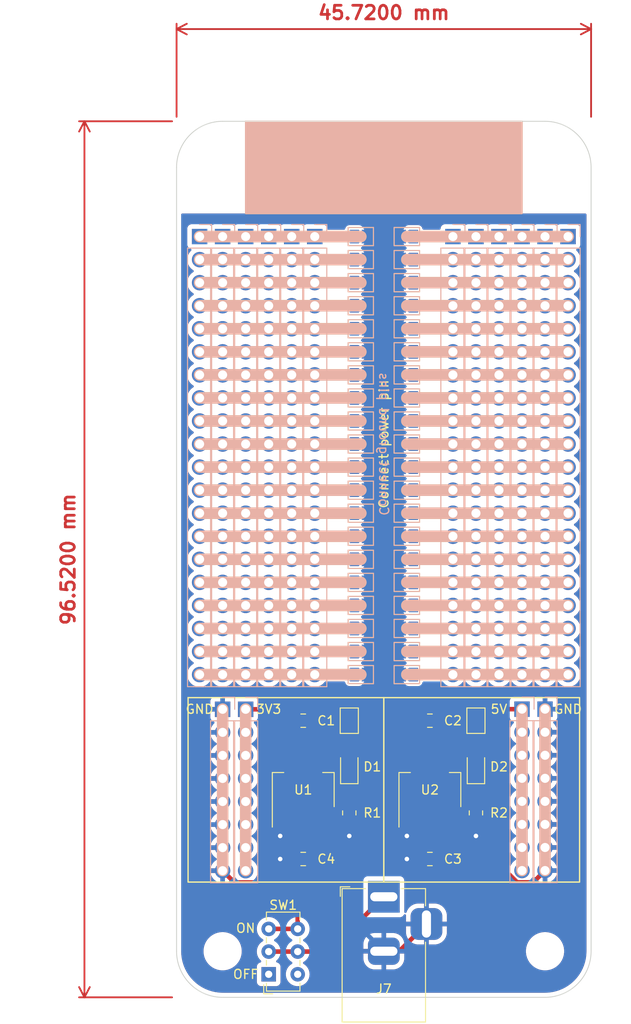
<source format=kicad_pcb>
(kicad_pcb (version 20211014) (generator pcbnew)
  (layers (0 "F.Cu" signal) (31 "B.Cu" signal) (34 "B.Paste" user) (35 "F.Paste" user) (36 "B.SilkS" user "B.Silkscreen") (37 "F.SilkS" user "F.Silkscreen") (38 "B.Mask" user) (39 "F.Mask" user) (44 "Edge.Cuts" user))
  (net 0 "")
  (net 1 "+3.3V")
  (net 2 "GND")
  (net 3 "+5V")
  (net 4 "VCC")
  (net 5 "Net-(D1-Pad1)")
  (net 6 "Net-(D2-Pad1)")
  (net 7 "Net-(J7-Pad1)")
  (net 8 "Net-(JP1-Pad2)")
  (net 9 "Net-(J1-Pad1)")
  (net 10 "Net-(J1-Pad2)")
  (net 11 "Net-(J1-Pad3)")
  (net 12 "Net-(J1-Pad4)")
  (net 13 "Net-(J1-Pad5)")
  (net 14 "Net-(J1-Pad6)")
  (net 15 "Net-(J1-Pad7)")
  (net 16 "Net-(J1-Pad8)")
  (net 17 "Net-(J1-Pad9)")
  (net 18 "Net-(J1-Pad10)")
  (net 19 "Net-(J1-Pad11)")
  (net 20 "Net-(J1-Pad12)")
  (net 21 "Net-(J1-Pad13)")
  (net 22 "Net-(J1-Pad14)")
  (net 23 "Net-(J1-Pad15)")
  (net 24 "Net-(J1-Pad16)")
  (net 25 "Net-(J1-Pad17)")
  (net 26 "Net-(J1-Pad18)")
  (net 27 "Net-(J1-Pad19)")
  (net 28 "Net-(J1-Pad20)")
  (net 29 "Net-(J10-Pad1)")
  (net 30 "Net-(J10-Pad2)")
  (net 31 "Net-(J10-Pad3)")
  (net 32 "Net-(J10-Pad4)")
  (net 33 "Net-(J10-Pad5)")
  (net 34 "Net-(J10-Pad6)")
  (net 35 "Net-(J10-Pad7)")
  (net 36 "Net-(J10-Pad8)")
  (net 37 "Net-(J10-Pad9)")
  (net 38 "Net-(J10-Pad10)")
  (net 39 "Net-(J10-Pad11)")
  (net 40 "Net-(J10-Pad12)")
  (net 41 "Net-(J10-Pad13)")
  (net 42 "Net-(J10-Pad14)")
  (net 43 "Net-(J10-Pad15)")
  (net 44 "Net-(J10-Pad16)")
  (net 45 "Net-(J10-Pad17)")
  (net 46 "Net-(J10-Pad18)")
  (net 47 "Net-(J10-Pad19)")
  (net 48 "Net-(J10-Pad20)")
  (footprint "Jumper:SolderJumper-2_P1.3mm_Open_TrianglePad1.0x1.5mm" (layer "F.Cu") (at 63.5 119.38)
    (fp_text reference "JP73" hide)
    (fp_text value "SolderJumper_2_Open")
  )
  (footprint "Button_Switch_THT:SW_E-Switch_EG1271_DPDT" (layer "F.Cu") (at 53.34 154.94 90)
    (fp_text reference "SW1")
    (fp_text value "SW_SPST")
  )
  (footprint "Capacitor_SMD:C_0805_2012Metric_Pad1.18x1.45mm_HandSolder" (layer "F.Cu") (at 57.15 127 180)
    (fp_text reference "C1")
    (fp_text value "10uF")
  )
  (footprint "Jumper:SolderJumper-2_P1.3mm_Open_TrianglePad1.0x1.5mm" (layer "F.Cu") (at 68.58 88.9 180)
    (fp_text reference "JP26" hide)
    (fp_text value "SolderJumper_2_Open")
  )
  (footprint "Jumper:SolderJumper-2_P1.3mm_Open_TrianglePad1.0x1.5mm" (layer "F.Cu") (at 68.58 96.52 180)
    (fp_text reference "JP38" hide)
    (fp_text value "SolderJumper_2_Open")
  )
  (footprint "Jumper:SolderJumper-2_P1.3mm_Open_TrianglePad1.0x1.5mm" (layer "F.Cu") (at 68.58 99.06 180)
    (fp_text reference "JP42" hide)
    (fp_text value "SolderJumper_2_Open")
  )
  (footprint "Resistor_SMD:R_0805_2012Metric_Pad1.20x1.40mm_HandSolder" (layer "F.Cu") (at 62.23 137.16 -90)
    (fp_text reference "R1")
    (fp_text value "R")
  )
  (footprint "Jumper:SolderJumper-2_P1.3mm_Open_TrianglePad1.0x1.5mm" (layer "F.Cu") (at 63.5 111.76)
    (fp_text reference "JP61" hide)
    (fp_text value "SolderJumper_2_Open")
  )
  (footprint "Jumper:SolderJumper-2_P1.3mm_Open_TrianglePad1.0x1.5mm" (layer "F.Cu") (at 76.2 127 90)
    (fp_text reference "JP82" hide)
    (fp_text value "SolderJumper_2_Open")
  )
  (footprint "Jumper:SolderJumper-2_P1.3mm_Open_TrianglePad1.0x1.5mm" (layer "F.Cu") (at 63.5 83.82)
    (fp_text reference "JP17" hide)
    (fp_text value "SolderJumper_2_Open")
  )
  (footprint "Jumper:SolderJumper-2_P1.3mm_Open_TrianglePad1.0x1.5mm" (layer "F.Cu") (at 63.5 88.9)
    (fp_text reference "JP25" hide)
    (fp_text value "SolderJumper_2_Open")
  )
  (footprint "Jumper:SolderJumper-2_P1.3mm_Open_TrianglePad1.0x1.5mm" (layer "F.Cu") (at 68.58 111.76 180)
    (fp_text reference "JP62" hide)
    (fp_text value "SolderJumper_2_Open")
  )
  (footprint "Jumper:SolderJumper-2_P1.3mm_Open_TrianglePad1.0x1.5mm" (layer "F.Cu") (at 63.5 114.3)
    (fp_text reference "JP65" hide)
    (fp_text value "SolderJumper_2_Open")
  )
  (footprint "Jumper:SolderJumper-2_P1.3mm_Open_TrianglePad1.0x1.5mm" (layer "F.Cu") (at 63.5 101.6)
    (fp_text reference "JP45" hide)
    (fp_text value "SolderJumper_2_Open")
  )
  (footprint "Jumper:SolderJumper-2_P1.3mm_Open_TrianglePad1.0x1.5mm" (layer "F.Cu") (at 68.58 93.98 180)
    (fp_text reference "JP34" hide)
    (fp_text value "SolderJumper_2_Open")
  )
  (footprint "LED_SMD:LED_0805_2012Metric_Pad1.15x1.40mm_HandSolder" (layer "F.Cu") (at 62.23 132.08 90)
    (fp_text reference "D1")
    (fp_text value "LED")
  )
  (footprint "Jumper:SolderJumper-2_P1.3mm_Open_TrianglePad1.0x1.5mm" (layer "F.Cu") (at 63.5 76.2)
    (fp_text reference "JP5" hide)
    (fp_text value "SolderJumper_2_Open")
  )
  (footprint "MountingHole:MountingHole_3.2mm_M3" (layer "F.Cu") (at 48.26 152.4)
    (fp_text reference "")
    (fp_text value "MountingHole_3.2mm_M3")
  )
  (footprint "Jumper:SolderJumper-2_P1.3mm_Open_TrianglePad1.0x1.5mm" (layer "F.Cu") (at 62.23 127 90)
    (fp_text reference "JP81" hide)
    (fp_text value "SolderJumper_2_Open")
  )
  (footprint "Jumper:SolderJumper-2_P1.3mm_Open_TrianglePad1.0x1.5mm" (layer "F.Cu") (at 68.58 121.92 180)
    (fp_text reference "JP78" hide)
    (fp_text value "SolderJumper_2_Open")
  )
  (footprint "Jumper:SolderJumper-2_P1.3mm_Open_TrianglePad1.0x1.5mm" (layer "F.Cu") (at 68.58 114.3 180)
    (fp_text reference "JP66" hide)
    (fp_text value "SolderJumper_2_Open")
  )
  (footprint "LED_SMD:LED_0805_2012Metric_Pad1.15x1.40mm_HandSolder" (layer "F.Cu") (at 76.2 132.08 90)
    (fp_text reference "D2")
    (fp_text value "LED")
  )
  (footprint "Connector_BarrelJack:BarrelJack_Horizontal" (layer "F.Cu") (at 66.04 146.4 90)
    (fp_text reference "J7")
    (fp_text value "Barrel_Jack")
  )
  (footprint "Jumper:SolderJumper-2_P1.3mm_Open_TrianglePad1.0x1.5mm" (layer "F.Cu") (at 68.58 78.74 180)
    (fp_text reference "JP10" hide)
    (fp_text value "SolderJumper_2_Open")
  )
  (footprint "Resistor_SMD:R_0805_2012Metric_Pad1.20x1.40mm_HandSolder" (layer "F.Cu") (at 76.2 137.16 -90)
    (fp_text reference "R2")
    (fp_text value "R")
  )
  (footprint "Jumper:SolderJumper-2_P1.3mm_Open_TrianglePad1.0x1.5mm" (layer "F.Cu") (at 63.5 106.68)
    (fp_text reference "JP53" hide)
    (fp_text value "SolderJumper_2_Open")
  )
  (footprint "Jumper:SolderJumper-2_P1.3mm_Open_TrianglePad1.0x1.5mm" (layer "F.Cu") (at 63.5 81.28)
    (fp_text reference "JP13" hide)
    (fp_text value "SolderJumper_2_Open")
  )
  (footprint "Jumper:SolderJumper-2_P1.3mm_Open_TrianglePad1.0x1.5mm" (layer "F.Cu") (at 63.5 93.98)
    (fp_text reference "JP33" hide)
    (fp_text value "SolderJumper_2_Open")
  )
  (footprint "Jumper:SolderJumper-2_P1.3mm_Open_TrianglePad1.0x1.5mm" (layer "F.Cu") (at 68.58 119.38 180)
    (fp_text reference "JP74" hide)
    (fp_text value "SolderJumper_2_Open")
  )
  (footprint "MountingHole:MountingHole_3.2mm_M3" (layer "F.Cu") (at 83.82 152.4)
    (fp_text reference "")
    (fp_text value "MountingHole_3.2mm_M3")
  )
  (footprint "Jumper:SolderJumper-2_P1.3mm_Open_TrianglePad1.0x1.5mm" (layer "F.Cu") (at 68.58 73.66 180)
    (fp_text reference "JP2" hide)
    (fp_text value "SolderJumper_2_Open")
  )
  (footprint "Jumper:SolderJumper-2_P1.3mm_Open_TrianglePad1.0x1.5mm" (layer "F.Cu") (at 63.5 78.74)
    (fp_text reference "JP9" hide)
    (fp_text value "SolderJumper_2_Open")
  )
  (footprint "Package_TO_SOT_SMD:SOT-223-3_TabPin2" (layer "F.Cu") (at 57.15 134.62 90)
    (fp_text reference "U1")
    (fp_text value "AMS1117-3.3")
  )
  (footprint "Jumper:SolderJumper-2_P1.3mm_Open_TrianglePad1.0x1.5mm" (layer "F.Cu") (at 63.5 96.52)
    (fp_text reference "JP37" hide)
    (fp_text value "SolderJumper_2_Open")
  )
  (footprint "Jumper:SolderJumper-2_P1.3mm_Open_TrianglePad1.0x1.5mm" (layer "F.Cu") (at 63.5 91.44)
    (fp_text reference "JP29" hide)
    (fp_text value "SolderJumper_2_Open")
  )
  (footprint "Package_TO_SOT_SMD:SOT-223-3_TabPin2" (layer "F.Cu") (at 71.12 134.62 90)
    (fp_text reference "U2")
    (fp_text value "AMS1117-5.0")
  )
  (footprint "Jumper:SolderJumper-2_P1.3mm_Open_TrianglePad1.0x1.5mm" (layer "F.Cu") (at 68.58 101.6 180)
    (fp_text reference "JP46" hide)
    (fp_text value "SolderJumper_2_Open")
  )
  (footprint "Jumper:SolderJumper-2_P1.3mm_Open_TrianglePad1.0x1.5mm" (layer "F.Cu") (at 68.58 91.44 180)
    (fp_text reference "JP30" hide)
    (fp_text value "SolderJumper_2_Open")
  )
  (footprint "Jumper:SolderJumper-2_P1.3mm_Open_TrianglePad1.0x1.5mm" (layer "F.Cu") (at 68.58 104.14 180)
    (fp_text reference "JP50" hide)
    (fp_text value "SolderJumper_2_Open")
  )
  (footprint "Jumper:SolderJumper-2_P1.3mm_Open_TrianglePad1.0x1.5mm" (layer "F.Cu") (at 68.58 76.2 180)
    (fp_text reference "JP6" hide)
    (fp_text value "SolderJumper_2_Open")
  )
  (footprint "Capacitor_SMD:C_0805_2012Metric_Pad1.18x1.45mm_HandSolder" (layer "F.Cu") (at 71.12 142.24 180)
    (fp_text reference "C3")
    (fp_text value "10uF")
  )
  (footprint "Jumper:SolderJumper-2_P1.3mm_Open_TrianglePad1.0x1.5mm" (layer "F.Cu") (at 63.5 73.66)
    (fp_text reference "JP1" hide)
    (fp_text value "SolderJumper_2_Open")
  )
  (footprint "Jumper:SolderJumper-2_P1.3mm_Open_TrianglePad1.0x1.5mm" (layer "F.Cu") (at 63.5 109.22)
    (fp_text reference "JP57" hide)
    (fp_text value "SolderJumper_2_Open")
  )
  (footprint "Jumper:SolderJumper-2_P1.3mm_Open_TrianglePad1.0x1.5mm" (layer "F.Cu") (at 63.5 86.36)
    (fp_text reference "JP21" hide)
    (fp_text value "SolderJumper_2_Open")
  )
  (footprint "Jumper:SolderJumper-2_P1.3mm_Open_TrianglePad1.0x1.5mm" (layer "F.Cu") (at 68.58 106.68 180)
    (fp_text reference "JP54" hide)
    (fp_text value "SolderJumper_2_Open")
  )
  (footprint "MountingHole:MountingHole_3.2mm_M3" (layer "F.Cu") (at 83.82 66.04)
    (fp_text reference "")
    (fp_text value "MountingHole_3.2mm_M3")
  )
  (footprint "Jumper:SolderJumper-2_P1.3mm_Open_TrianglePad1.0x1.5mm" (layer "F.Cu") (at 63.5 104.14)
    (fp_text reference "JP49" hide)
    (fp_text value "SolderJumper_2_Open")
  )
  (footprint "Jumper:SolderJumper-2_P1.3mm_Open_TrianglePad1.0x1.5mm" (layer "F.Cu") (at 68.58 83.82 180)
    (fp_text reference "JP18" hide)
    (fp_text value "SolderJumper_2_Open")
  )
  (footprint "Jumper:SolderJumper-2_P1.3mm_Open_TrianglePad1.0x1.5mm" (layer "F.Cu") (at 68.58 116.84 180)
    (fp_text reference "JP70" hide)
    (fp_text value "SolderJumper_2_Open")
  )
  (footprint "Capacitor_SMD:C_0805_2012Metric_Pad1.18x1.45mm_HandSolder" (layer "F.Cu") (at 57.15 142.24 180)
    (fp_text reference "C4")
    (fp_text value "10uF")
  )
  (footprint "MountingHole:MountingHole_3.2mm_M3" (layer "F.Cu") (at 48.26 66.04)
    (fp_text reference "")
    (fp_text value "MountingHole_3.2mm_M3")
  )
  (footprint "Jumper:SolderJumper-2_P1.3mm_Open_TrianglePad1.0x1.5mm" (layer "F.Cu") (at 63.5 121.92)
    (fp_text reference "JP77" hide)
    (fp_text value "SolderJumper_2_Open")
  )
  (footprint "Jumper:SolderJumper-2_P1.3mm_Open_TrianglePad1.0x1.5mm" (layer "F.Cu") (at 63.5 116.84)
    (fp_text reference "JP69" hide)
    (fp_text value "SolderJumper_2_Open")
  )
  (footprint "Jumper:SolderJumper-2_P1.3mm_Open_TrianglePad1.0x1.5mm" (layer "F.Cu") (at 68.58 81.28 180)
    (fp_text reference "JP14" hide)
    (fp_text value "SolderJumper_2_Open")
  )
  (footprint "Jumper:SolderJumper-2_P1.3mm_Open_TrianglePad1.0x1.5mm" (layer "F.Cu") (at 68.58 86.36 180)
    (fp_text reference "JP22" hide)
    (fp_text value "SolderJumper_2_Open")
  )
  (footprint "Capacitor_SMD:C_0805_2012Metric_Pad1.18x1.45mm_HandSolder" (layer "F.Cu") (at 71.12 127 180)
    (fp_text reference "C2")
    (fp_text value "10uF")
  )
  (footprint "Jumper:SolderJumper-2_P1.3mm_Open_TrianglePad1.0x1.5mm" (layer "F.Cu") (at 63.5 99.06)
    (fp_text reference "JP41" hide)
    (fp_text value "SolderJumper_2_Open")
  )
  (footprint "Jumper:SolderJumper-2_P1.3mm_Open_TrianglePad1.0x1.5mm" (layer "F.Cu") (at 68.58 109.22 180)
    (fp_text reference "JP58" hide)
    (fp_text value "SolderJumper_2_Open")
  )
  (footprint "Jumper:SolderJumper-2_P1.3mm_Open_TrianglePad1.0x1.5mm" (layer "B.Cu") (at 63.5 104.14)
    (fp_text reference "JP51" hide)
    (fp_text value "SolderJumper_2_Open")
  )
  (footprint "Jumper:SolderJumper-2_P1.3mm_Open_TrianglePad1.0x1.5mm" (layer "B.Cu") (at 63.5 111.76)
    (fp_text reference "JP63" hide)
    (fp_text value "SolderJumper_2_Open")
  )
  (footprint "Jumper:SolderJumper-2_P1.3mm_Open_TrianglePad1.0x1.5mm" (layer "B.Cu") (at 68.58 111.76 180)
    (fp_text reference "JP64" hide)
    (fp_text value "SolderJumper_2_Open")
  )
  (footprint "Jumper:SolderJumper-2_P1.3mm_Open_TrianglePad1.0x1.5mm" (layer "B.Cu") (at 63.5 86.36)
    (fp_text reference "JP23" hide)
    (fp_text value "SolderJumper_2_Open")
  )
  (footprint "Jumper:SolderJumper-2_P1.3mm_Open_TrianglePad1.0x1.5mm" (layer "B.Cu") (at 68.58 83.82 180)
    (fp_text reference "JP20" hide)
    (fp_text value "SolderJumper_2_Open")
  )
  (footprint "Jumper:SolderJumper-2_P1.3mm_Open_TrianglePad1.0x1.5mm" (layer "B.Cu") (at 68.58 99.06 180)
    (fp_text reference "JP44" hide)
    (fp_text value "SolderJumper_2_Open")
  )
  (footprint "Jumper:SolderJumper-2_P1.3mm_Open_TrianglePad1.0x1.5mm" (layer "B.Cu") (at 68.58 73.66 180)
    (fp_text reference "JP4" hide)
    (fp_text value "SolderJumper_2_Open")
  )
  (footprint "Jumper:SolderJumper-2_P1.3mm_Open_TrianglePad1.0x1.5mm" (layer "B.Cu") (at 68.58 81.28 180)
    (fp_text reference "JP16" hide)
    (fp_text value "SolderJumper_2_Open")
  )
  (footprint "Jumper:SolderJumper-2_P1.3mm_Open_TrianglePad1.0x1.5mm" (layer "B.Cu") (at 63.5 121.92)
    (fp_text reference "JP79" hide)
    (fp_text value "SolderJumper_2_Open")
  )
  (footprint "Connector_PinHeader_2.54mm:PinHeader_1x20_P2.54mm_Vertical" (layer "B.Cu") (at 53.34 73.66 180)
    (fp_text reference "J4" hide)
    (fp_text value "Conn_01x20")
  )
  (footprint "Jumper:SolderJumper-2_P1.3mm_Open_TrianglePad1.0x1.5mm" (layer "B.Cu") (at 63.5 83.82)
    (fp_text reference "JP19" hide)
    (fp_text value "SolderJumper_2_Open")
  )
  (footprint "Jumper:SolderJumper-2_P1.3mm_Open_TrianglePad1.0x1.5mm" (layer "B.Cu") (at 68.58 116.84 180)
    (fp_text reference "JP72" hide)
    (fp_text value "SolderJumper_2_Open")
  )
  (footprint "Connector_PinHeader_2.54mm:PinHeader_1x20_P2.54mm_Vertical" (layer "B.Cu") (at 50.8 73.66 180)
    (fp_text reference "J3" hide)
    (fp_text value "Conn_01x20")
  )
  (footprint "Jumper:SolderJumper-2_P1.3mm_Open_TrianglePad1.0x1.5mm" (layer "B.Cu") (at 63.5 116.84)
    (fp_text reference "JP71" hide)
    (fp_text value "SolderJumper_2_Open")
  )
  (footprint "Jumper:SolderJumper-2_P1.3mm_Open_TrianglePad1.0x1.5mm" (layer "B.Cu") (at 63.5 73.66)
    (fp_text reference "JP3" hide)
    (fp_text value "SolderJumper_2_Open")
  )
  (footprint "Connector_PinHeader_2.54mm:PinHeader_1x20_P2.54mm_Vertical" (layer "B.Cu") (at 55.88 73.66 180)
    (fp_text reference "J5" hide)
    (fp_text value "Conn_01x20")
  )
  (footprint "Jumper:SolderJumper-2_P1.3mm_Open_TrianglePad1.0x1.5mm" (layer "B.Cu") (at 68.58 104.14 180)
    (fp_text reference "JP52" hide)
    (fp_text value "SolderJumper_2_Open")
  )
  (footprint "Jumper:SolderJumper-2_P1.3mm_Open_TrianglePad1.0x1.5mm" (layer "B.Cu") (at 63.5 91.44)
    (fp_text reference "JP31" hide)
    (fp_text value "SolderJumper_2_Open")
  )
  (footprint "Connector_PinHeader_2.54mm:PinHeader_1x20_P2.54mm_Vertical" (layer "B.Cu") (at 83.82 73.66 180)
    (fp_text reference "J12" hide)
    (fp_text value "Conn_01x20")
  )
  (footprint "Connector_PinHeader_2.54mm:PinHeader_1x08_P2.54mm_Vertical" (layer "B.Cu") (at 83.82 125.73 180)
    (fp_text reference "J17" hide)
    (fp_text value "Conn_01x08")
  )
  (footprint "Jumper:SolderJumper-2_P1.3mm_Open_TrianglePad1.0x1.5mm" (layer "B.Cu") (at 63.5 96.52)
    (fp_text reference "JP39" hide)
    (fp_text value "SolderJumper_2_Open")
  )
  (footprint "Connector_PinHeader_2.54mm:PinHeader_1x20_P2.54mm_Vertical" (layer "B.Cu") (at 78.74 73.66 180)
    (fp_text reference "J10" hide)
    (fp_text value "Conn_01x20")
  )
  (footprint "Connector_PinHeader_2.54mm:PinHeader_1x08_P2.54mm_Vertical" (layer "B.Cu") (at 81.28 125.73 180)
    (fp_text reference "J16" hide)
    (fp_text value "Conn_01x08")
  )
  (footprint "Jumper:SolderJumper-2_P1.3mm_Open_TrianglePad1.0x1.5mm" (layer "B.Cu") (at 68.58 78.74 180)
    (fp_text reference "JP12" hide)
    (fp_text value "SolderJumper_2_Open")
  )
  (footprint "Jumper:SolderJumper-2_P1.3mm_Open_TrianglePad1.0x1.5mm" (layer "B.Cu") (at 68.58 114.3 180)
    (fp_text reference "JP68" hide)
    (fp_text value "SolderJumper_2_Open")
  )
  (footprint "Jumper:SolderJumper-2_P1.3mm_Open_TrianglePad1.0x1.5mm" (layer "B.Cu") (at 63.5 93.98)
    (fp_text reference "JP35" hide)
    (fp_text value "SolderJumper_2_Open")
  )
  (footprint "Jumper:SolderJumper-2_P1.3mm_Open_TrianglePad1.0x1.5mm" (layer "B.Cu") (at 68.58 76.2 180)
    (fp_text reference "JP8" hide)
    (fp_text value "SolderJumper_2_Open")
  )
  (footprint "Connector_PinHeader_2.54mm:PinHeader_1x08_P2.54mm_Vertical" (layer "B.Cu") (at 48.26 125.745 180)
    (fp_text reference "J14" hide)
    (fp_text value "Conn_01x08")
  )
  (footprint "Jumper:SolderJumper-2_P1.3mm_Open_TrianglePad1.0x1.5mm" (layer "B.Cu") (at 63.5 81.28)
    (fp_text reference "JP15" hide)
    (fp_text value "SolderJumper_2_Open")
  )
  (footprint "Jumper:SolderJumper-2_P1.3mm_Open_TrianglePad1.0x1.5mm" (layer "B.Cu") (at 68.58 119.38 180)
    (fp_text reference "JP76" hide)
    (fp_text value "SolderJumper_2_Open")
  )
  (footprint "Jumper:SolderJumper-2_P1.3mm_Open_TrianglePad1.0x1.5mm" (layer "B.Cu") (at 63.5 119.38)
    (fp_text reference "JP75" hide)
    (fp_text value "SolderJumper_2_Open")
  )
  (footprint "Connector_PinHeader_2.54mm:PinHeader_1x08_P2.54mm_Vertical" (layer "B.Cu") (at 50.8 125.745 180)
    (fp_text reference "J15" hide)
    (fp_text value "Conn_01x08")
  )
  (footprint "Jumper:SolderJumper-2_P1.3mm_Open_TrianglePad1.0x1.5mm" (layer "B.Cu") (at 68.58 106.68 180)
    (fp_text reference "JP56" hide)
    (fp_text value "SolderJumper_2_Open")
  )
  (footprint "Jumper:SolderJumper-2_P1.3mm_Open_TrianglePad1.0x1.5mm" (layer "B.Cu") (at 63.5 99.06)
    (fp_text reference "JP43" hide)
    (fp_text value "SolderJumper_2_Open")
  )
  (footprint "Jumper:SolderJumper-2_P1.3mm_Open_TrianglePad1.0x1.5mm" (layer "B.Cu") (at 68.58 109.22 180)
    (fp_text reference "JP60" hide)
    (fp_text value "SolderJumper_2_Open")
  )
  (footprint "Jumper:SolderJumper-2_P1.3mm_Open_TrianglePad1.0x1.5mm" (layer "B.Cu") (at 63.5 76.2)
    (fp_text reference "JP7" hide)
    (fp_text value "SolderJumper_2_Open")
  )
  (footprint "Connector_PinHeader_2.54mm:PinHeader_1x20_P2.54mm_Vertical" (layer "B.Cu") (at 76.2 73.66 180)
    (fp_text reference "J9" hide)
    (fp_text value "Conn_01x20")
  )
  (footprint "Connector_PinHeader_2.54mm:PinHeader_1x20_P2.54mm_Vertical" (layer "B.Cu") (at 48.26 73.66 180)
    (fp_text reference "J2" hide)
    (fp_text value "Conn_01x20")
  )
  (footprint "Jumper:SolderJumper-2_P1.3mm_Open_TrianglePad1.0x1.5mm" (layer "B.Cu") (at 63.5 114.3)
    (fp_text reference "JP67" hide)
    (fp_text value "SolderJumper_2_Open")
  )
  (footprint "Connector_PinHeader_2.54mm:PinHeader_1x20_P2.54mm_Vertical" (layer "B.Cu") (at 86.36 73.66 180)
    (fp_text reference "J13" hide)
    (fp_text value "Conn_01x20")
  )
  (footprint "Jumper:SolderJumper-2_P1.3mm_Open_TrianglePad1.0x1.5mm" (layer "B.Cu") (at 63.5 101.6)
    (fp_text reference "JP47" hide)
    (fp_text value "SolderJumper_2_Open")
  )
  (footprint "Connector_PinHeader_2.54mm:PinHeader_1x20_P2.54mm_Vertical" (layer "B.Cu") (at 81.28 73.66 180)
    (fp_text reference "J11" hide)
    (fp_text value "Conn_01x20")
  )
  (footprint "Jumper:SolderJumper-2_P1.3mm_Open_TrianglePad1.0x1.5mm" (layer "B.Cu") (at 68.58 96.52 180)
    (fp_text reference "JP40" hide)
    (fp_text value "SolderJumper_2_Open")
  )
  (footprint "Jumper:SolderJumper-2_P1.3mm_Open_TrianglePad1.0x1.5mm" (layer "B.Cu") (at 68.58 121.92 180)
    (fp_text reference "JP80" hide)
    (fp_text value "SolderJumper_2_Open")
  )
  (footprint "Jumper:SolderJumper-2_P1.3mm_Open_TrianglePad1.0x1.5mm" (layer "B.Cu") (at 68.58 101.6 180)
    (fp_text reference "JP48" hide)
    (fp_text value "SolderJumper_2_Open")
  )
  (footprint "Connector_PinHeader_2.54mm:PinHeader_1x20_P2.54mm_Vertical" (layer "B.Cu") (at 58.42 73.66 180)
    (fp_text reference "J6" hide)
    (fp_text value "Conn_01x20")
  )
  (footprint "Jumper:SolderJumper-2_P1.3mm_Open_TrianglePad1.0x1.5mm" (layer "B.Cu") (at 63.5 109.22)
    (fp_text reference "JP59" hide)
    (fp_text value "SolderJumper_2_Open")
  )
  (footprint "Jumper:SolderJumper-2_P1.3mm_Open_TrianglePad1.0x1.5mm" (layer "B.Cu") (at 68.58 86.36 180)
    (fp_text reference "JP24" hide)
    (fp_text value "SolderJumper_2_Open")
  )
  (footprint "Jumper:SolderJumper-2_P1.3mm_Open_TrianglePad1.0x1.5mm" (layer "B.Cu") (at 63.5 78.74)
    (fp_text reference "JP11" hide)
    (fp_text value "SolderJumper_2_Open")
  )
  (footprint "Connector_PinHeader_2.54mm:PinHeader_1x20_P2.54mm_Vertical" (layer "B.Cu") (at 73.66 73.66 180)
    (fp_text reference "J8" hide)
    (fp_text value "Conn_01x20")
  )
  (footprint "Jumper:SolderJumper-2_P1.3mm_Open_TrianglePad1.0x1.5mm" (layer "B.Cu") (at 68.58 91.44 180)
    (fp_text reference "JP32" hide)
    (fp_text value "SolderJumper_2_Open")
  )
  (footprint "Connector_PinHeader_2.54mm:PinHeader_1x20_P2.54mm_Vertical" (layer "B.Cu") (at 45.72 73.66 180)
    (fp_text reference "J1" hide)
    (fp_text value "Conn_01x20")
  )
  (footprint "Jumper:SolderJumper-2_P1.3mm_Open_TrianglePad1.0x1.5mm" (layer "B.Cu") (at 63.5 106.68)
    (fp_text reference "JP55" hide)
    (fp_text value "SolderJumper_2_Open")
  )
  (footprint "Jumper:SolderJumper-2_P1.3mm_Open_TrianglePad1.0x1.5mm" (layer "B.Cu") (at 68.58 88.9 180)
    (fp_text reference "JP28" hide)
    (fp_text value "SolderJumper_2_Open")
  )
  (footprint "Jumper:SolderJumper-2_P1.3mm_Open_TrianglePad1.0x1.5mm" (layer "B.Cu") (at 68.58 93.98 180)
    (fp_text reference "JP36" hide)
    (fp_text value "SolderJumper_2_Open")
  )
  (footprint "Jumper:SolderJumper-2_P1.3mm_Open_TrianglePad1.0x1.5mm" (layer "B.Cu") (at 63.5 88.9)
    (fp_text reference "JP27" hide)
    (fp_text value "SolderJumper_2_Open")
  )
  (gr_line (start 68.58 104.14) (end 86.36 104.14) (layer "B.SilkS") (width 1.27))
  (gr_line (start 68.58 73.66) (end 86.36 73.66) (layer "B.SilkS") (width 1.27))
  (gr_line (start 45.72 99.06) (end 63.5 99.06) (layer "B.SilkS") (width 1.27))
  (gr_line (start 81.28 125.73) (end 81.28 143.51) (layer "B.SilkS") (width 1.27))
  (gr_line (start 45.72 111.76) (end 63.5 111.76) (layer "B.SilkS") (width 1.27))
  (gr_line (start 45.72 96.52) (end 63.5 96.52) (layer "B.SilkS") (width 1.27))
  (gr_line (start 45.72 101.6) (end 63.5 101.6) (layer "B.SilkS") (width 1.27))
  (gr_line (start 45.72 93.98) (end 63.5 93.98) (layer "B.SilkS") (width 1.27))
  (gr_line (start 45.72 109.22) (end 63.5 109.22) (layer "B.SilkS") (width 1.27))
  (gr_line (start 68.58 111.76) (end 86.36 111.76) (layer "B.SilkS") (width 1.27))
  (gr_line (start 50.8 125.73) (end 50.8 143.51) (layer "B.SilkS") (width 1.27))
  (gr_line (start 68.58 88.9) (end 86.36 88.9) (layer "B.SilkS") (width 1.27))
  (gr_line (start 68.58 119.38) (end 86.36 119.38) (layer "B.SilkS") (width 1.27))
  (gr_line (start 45.72 119.38) (end 63.5 119.38) (layer "B.SilkS") (width 1.27))
  (gr_line (start 68.58 101.6) (end 86.36 101.6) (layer "B.SilkS") (width 1.27))
  (gr_line (start 68.58 99.06) (end 86.36 99.06) (layer "B.SilkS") (width 1.27))
  (gr_line (start 45.72 106.68) (end 63.5 106.68) (layer "B.SilkS") (width 1.27))
  (gr_line (start 68.58 76.2) (end 86.36 76.2) (layer "B.SilkS") (width 1.27))
  (gr_line (start 68.58 121.92) (end 86.36 121.92) (layer "B.SilkS") (width 1.27))
  (gr_line (start 68.58 106.68) (end 86.36 106.68) (layer "B.SilkS") (width 1.27))
  (gr_rect (start 50.8 71.12) (end 81.28 60.96) (layer "B.SilkS") (width 0.15) (fill solid))
  (gr_line (start 68.58 86.36) (end 86.36 86.36) (layer "B.SilkS") (width 1.27))
  (gr_line (start 45.72 81.28) (end 63.5 81.28) (layer "B.SilkS") (width 1.27))
  (gr_line (start 45.72 88.9) (end 63.5 88.9) (layer "B.SilkS") (width 1.27))
  (gr_line (start 45.72 78.74) (end 63.5 78.74) (layer "B.SilkS") (width 1.27))
  (gr_line (start 45.72 116.84) (end 63.5 116.84) (layer "B.SilkS") (width 1.27))
  (gr_line (start 68.58 81.28) (end 86.36 81.28) (layer "B.SilkS") (width 1.27))
  (gr_line (start 68.58 109.22) (end 86.36 109.22) (layer "B.SilkS") (width 1.27))
  (gr_line (start 68.58 96.52) (end 86.36 96.52) (layer "B.SilkS") (width 1.27))
  (gr_line (start 68.58 91.44) (end 86.36 91.44) (layer "B.SilkS") (width 1.27))
  (gr_line (start 45.72 76.2) (end 63.5 76.2) (layer "B.SilkS") (width 1.27))
  (gr_line (start 45.72 73.66) (end 63.5 73.66) (layer "B.SilkS") (width 1.27))
  (gr_line (start 68.58 83.82) (end 86.36 83.82) (layer "B.SilkS") (width 1.27))
  (gr_line (start 68.58 93.98) (end 86.36 93.98) (layer "B.SilkS") (width 1.27))
  (gr_line (start 45.72 83.82) (end 63.5 83.82) (layer "B.SilkS") (width 1.27))
  (gr_line (start 45.72 91.44) (end 63.5 91.44) (layer "B.SilkS") (width 1.27))
  (gr_line (start 83.82 125.73) (end 83.82 143.51) (layer "B.SilkS") (width 1.27))
  (gr_line (start 45.72 114.3) (end 63.5 114.3) (layer "B.SilkS") (width 1.27))
  (gr_line (start 68.58 116.84) (end 86.36 116.84) (layer "B.SilkS") (width 1.27))
  (gr_line (start 68.58 114.3) (end 86.36 114.3) (layer "B.SilkS") (width 1.27))
  (gr_line (start 45.72 104.14) (end 63.5 104.14) (layer "B.SilkS") (width 1.27))
  (gr_line (start 45.72 86.36) (end 63.5 86.36) (layer "B.SilkS") (width 1.27))
  (gr_line (start 45.72 121.92) (end 63.5 121.92) (layer "B.SilkS") (width 1.27))
  (gr_line (start 48.26 125.73) (end 48.26 143.51) (layer "B.SilkS") (width 1.27))
  (gr_line (start 68.58 78.74) (end 86.36 78.74) (layer "B.SilkS") (width 1.27))
  (gr_line (start 45.72 76.2) (end 63.5 76.2) (layer "F.SilkS") (width 1.27))
  (gr_line (start 68.58 96.52) (end 86.36 96.52) (layer "F.SilkS") (width 1.27))
  (gr_line (start 45.72 83.82) (end 63.5 83.82) (layer "F.SilkS") (width 1.27))
  (gr_line (start 45.72 114.3) (end 63.5 114.3) (layer "F.SilkS") (width 1.27))
  (gr_rect (start 50.8 60.96) (end 81.28 71.12) (layer "F.SilkS") (width 0.15) (fill solid))
  (gr_line (start 45.72 96.52) (end 63.5 96.52) (layer "F.SilkS") (width 1.27))
  (gr_line (start 68.58 78.74) (end 86.36 78.74) (layer "F.SilkS") (width 1.27))
  (gr_line (start 45.72 91.44) (end 63.5 91.44) (layer "F.SilkS") (width 1.27))
  (gr_rect (start 66.04 124.46) (end 44.45 144.78) (layer "F.SilkS") (width 0.15) (fill none))
  (gr_line (start 45.72 86.36) (end 63.5 86.36) (layer "F.SilkS") (width 1.27))
  (gr_line (start 68.58 106.68) (end 86.36 106.68) (layer "F.SilkS") (width 1.27))
  (gr_line (start 68.58 121.92) (end 86.36 121.92) (layer "F.SilkS") (width 1.27))
  (gr_line (start 81.28 125.73) (end 81.28 143.51) (layer "F.SilkS") (width 1.27))
  (gr_line (start 48.26 125.73) (end 48.26 143.51) (layer "F.SilkS") (width 1.27))
  (gr_line (start 50.8 125.73) (end 50.8 143.51) (layer "F.SilkS") (width 1.27))
  (gr_line (start 68.58 88.9) (end 86.36 88.9) (layer "F.SilkS") (width 1.27))
  (gr_line (start 68.58 86.36) (end 86.36 86.36) (layer "F.SilkS") (width 1.27))
  (gr_line (start 45.72 99.06) (end 63.5 99.06) (layer "F.SilkS") (width 1.27))
  (gr_line (start 45.72 104.14) (end 63.5 104.14) (layer "F.SilkS") (width 1.27))
  (gr_line (start 45.72 116.84) (end 63.5 116.84) (layer "F.SilkS") (width 1.27))
  (gr_line (start 45.72 106.68) (end 63.5 106.68) (layer "F.SilkS") (width 1.27))
  (gr_line (start 68.58 73.66) (end 86.36 73.66) (layer "F.SilkS") (width 1.27))
  (gr_line (start 45.72 119.38) (end 63.5 119.38) (layer "F.SilkS") (width 1.27))
  (gr_line (start 68.58 81.28) (end 86.36 81.28) (layer "F.SilkS") (width 1.27))
  (gr_line (start 68.58 76.2) (end 86.36 76.2) (layer "F.SilkS") (width 1.27))
  (gr_line (start 68.58 116.84) (end 86.36 116.84) (layer "F.SilkS") (width 1.27))
  (gr_line (start 45.72 78.74) (end 63.5 78.74) (layer "F.SilkS") (width 1.27))
  (gr_line (start 68.58 93.98) (end 86.36 93.98) (layer "F.SilkS") (width 1.27))
  (gr_line (start 68.58 101.6) (end 86.36 101.6) (layer "F.SilkS") (width 1.27))
  (gr_line (start 68.58 119.38) (end 86.36 119.38) (layer "F.SilkS") (width 1.27))
  (gr_line (start 68.58 83.82) (end 86.36 83.82) (layer "F.SilkS") (width 1.27))
  (gr_line (start 45.72 81.28) (end 63.5 81.28) (layer "F.SilkS") (width 1.27))
  (gr_line (start 68.58 99.06) (end 86.36 99.06) (layer "F.SilkS") (width 1.27))
  (gr_line (start 45.72 88.9) (end 63.5 88.9) (layer "F.SilkS") (width 1.27))
  (gr_line (start 83.82 125.73) (end 83.82 143.51) (layer "F.SilkS") (width 1.27))
  (gr_line (start 45.72 73.66) (end 63.5 73.66) (layer "F.SilkS") (width 1.27))
  (gr_line (start 45.72 93.98) (end 63.5 93.98) (layer "F.SilkS") (width 1.27))
  (gr_line (start 68.58 91.44) (end 86.36 91.44) (layer "F.SilkS") (width 1.27))
  (gr_line (start 45.72 101.6) (end 63.5 101.6) (layer "F.SilkS") (width 1.27))
  (gr_line (start 68.58 104.14) (end 86.36 104.14) (layer "F.SilkS") (width 1.27))
  (gr_line (start 45.72 109.22) (end 63.5 109.22) (layer "F.SilkS") (width 1.27))
  (gr_line (start 45.72 111.76) (end 63.5 111.76) (layer "F.SilkS") (width 1.27))
  (gr_rect (start 66.04 124.46) (end 87.63 144.78) (layer "F.SilkS") (width 0.15) (fill none))
  (gr_line (start 68.58 109.22) (end 86.36 109.22) (layer "F.SilkS") (width 1.27))
  (gr_line (start 45.72 121.92) (end 63.5 121.92) (layer "F.SilkS") (width 1.27))
  (gr_line (start 68.58 111.76) (end 86.36 111.76) (layer "F.SilkS") (width 1.27))
  (gr_line (start 68.58 114.3) (end 86.36 114.3) (layer "F.SilkS") (width 1.27))
  (gr_arc (start 48.26 157.480004) (mid 44.667898 155.992106) (end 43.18 152.400004) (layer "Edge.Cuts") (width 0.1))
  (gr_line (start 43.18 66.04) (end 43.18 152.4) (layer "Edge.Cuts") (width 0.1))
  (gr_arc (start 88.900004 152.400004) (mid 87.412106 155.992106) (end 83.820004 157.480004) (layer "Edge.Cuts") (width 0.1))
  (gr_arc (start 83.820002 60.959998) (mid 87.412104 62.447896) (end 88.900002 66.039998) (layer "Edge.Cuts") (width 0.1))
  (gr_line (start 88.9 152.4) (end 88.9 66.04) (layer "Edge.Cuts") (width 0.1))
  (gr_line (start 83.82 60.96) (end 48.26 60.96) (layer "Edge.Cuts") (width 0.1))
  (gr_arc (start 43.18 66.04) (mid 44.667898 62.447898) (end 48.26 60.96) (layer "Edge.Cuts") (width 0.1))
  (gr_line (start 48.26 157.48) (end 83.82 157.48) (layer "Edge.Cuts") (width 0.1))
  (gr_text "Connect ground pins" (at 66.04 96.52 270) (layer "B.SilkS") (effects (font (size 1 1)) (justify mirror)))
  (gr_text "JLCJLCJLCJLC" (at 66.04 63.5) (layer "B.SilkS") (effects (font (size 1 1)) (justify mirror)))
  (gr_text "5V" (at 78.74 125.73) (layer "F.SilkS") (effects (font (size 1 1))))
  (gr_text "Connect power pin" (at 66.04 96.52 90) (layer "F.SilkS") (effects (font (size 1 1))))
  (gr_text "3V3" (at 53.34 125.73) (layer "F.SilkS") (effects (font (size 1 1))))
  (gr_text "GND" (at 86.36 125.73) (layer "F.SilkS") (effects (font (size 1 1))))
  (gr_text "OFF" (at 50.8 154.94) (layer "F.SilkS") (effects (font (size 1 1))))
  (gr_text "GND" (at 45.72 125.73) (layer "F.SilkS") (effects (font (size 1 1))))
  (gr_text "ON" (at 50.8 149.86) (layer "F.SilkS") (effects (font (size 1 1))))
  (dimension (type aligned) (layer "F.Cu") (pts (xy 43.18 60.96) (xy 43.18 157.48)) (height 10.16) (gr_text "96.5200 mm" (at 31.22 109.22 90) (layer "F.Cu") (effects (font (size 1.5 1.5) (thickness 0.3)))) (format (units 3) (units_format 1) (precision 4)) (style (thickness 0.2) (arrow_length 1.27) (text_position_mode 0) (extension_height 0.58642) (extension_offset 0.5) keep_text_aligned))
  (dimension (type aligned) (layer "F.Cu") (pts (xy 43.18 60.96) (xy 88.9 60.96)) (height -10.16) (gr_text "45.7200 mm" (at 66.04 49) (layer "F.Cu") (effects (font (size 1.5 1.5) (thickness 0.3)))) (format (units 3) (units_format 1) (precision 4)) (style (thickness 0.2) (arrow_length 1.27) (text_position_mode 0) (extension_height 0.58642) (extension_offset 0.5) keep_text_aligned))
  (segment (start 58.1875 127) (end 58.1875 130.4325) (width 0.5) (layer "F.Cu") (net 1))
  (segment (start 58.1875 127) (end 56.9325 125.745) (width 0.5) (layer "F.Cu") (net 1))
  (segment (start 58.9125 127.725) (end 62.23 127.725) (width 0.5) (layer "F.Cu") (net 1))
  (segment (start 57.15 137.77) (end 57.15 131.47) (width 0.5) (layer "F.Cu") (net 1))
  (segment (start 58.1875 130.4325) (end 57.15 131.47) (width 0.5) (layer "F.Cu") (net 1))
  (segment (start 50.8 143.525) (end 50.8 125.745) (width 0.5) (layer "F.Cu") (net 1))
  (segment (start 56.9325 125.745) (end 50.8 125.745) (width 0.5) (layer "F.Cu") (net 1))
  (segment (start 62.23 131.055) (end 62.23 127.725) (width 0.5) (layer "F.Cu") (net 1))
  (segment (start 58.1875 127) (end 58.9125 127.725) (width 0.5) (layer "F.Cu") (net 1))
  (segment (start 62.23 138.16) (end 62.23 139.7) (width 0.5) (layer "F.Cu") (net 2))
  (segment (start 66.04 152.4) (end 67.74 152.4) (width 0.5) (layer "F.Cu") (net 2))
  (segment (start 54.61 138.01) (end 54.85 137.77) (width 0.5) (layer "F.Cu") (net 2))
  (segment (start 49.56 144.825) (end 48.26 143.525) (width 0.5) (layer "F.Cu") (net 2))
  (segment (start 54.85 137.77) (end 54.8 137.72) (width 0.5) (layer "F.Cu") (net 2))
  (segment (start 54.8 128.3125) (end 56.1125 127) (width 0.5) (layer "F.Cu") (net 2))
  (segment (start 56.1125 142.24) (end 54.61 142.24) (width 0.5) (layer "F.Cu") (net 2))
  (segment (start 54.61 139.7) (end 54.61 138.01) (width 0.5) (layer "F.Cu") (net 2))
  (segment (start 70.0825 142.24) (end 68.58 142.24) (width 0.5) (layer "F.Cu") (net 2))
  (segment (start 80.741522 144.81) (end 82.52 144.81) (width 0.5) (layer "F.Cu") (net 2))
  (segment (start 76.2 139.7) (end 76.2 138.16) (width 0.5) (layer "F.Cu") (net 2))
  (segment (start 68.58 138.01) (end 68.82 137.77) (width 0.5) (layer "F.Cu") (net 2))
  (segment (start 68.77 128.3125) (end 68.77 137.72) (width 0.5) (layer "F.Cu") (net 2))
  (segment (start 54.61 142.24) (end 54.61 139.7) (width 0.5) (layer "F.Cu") (net 2))
  (segment (start 68.58 142.24) (end 68.58 139.7) (width 0.5) (layer "F.Cu") (net 2))
  (segment (start 70.0825 127) (end 68.77 128.3125) (width 0.5) (layer "F.Cu") (net 2))
  (segment (start 52.025 144.825) (end 49.56 144.825) (width 0.5) (layer "F.Cu") (net 2))
  (segment (start 68.58 139.7) (end 68.58 138.01) (width 0.5) (layer "F.Cu") (net 2))
  (segment (start 48.26 125.745) (end 48.26 143.525) (width 0.5) (layer "F.Cu") (net 2))
  (segment (start 83.82 143.51) (end 83.82 125.73) (width 0.5) (layer "F.Cu") (net 2))
  (segment (start 76.2 140.268478) (end 80.741522 144.81) (width 0.5) (layer "F.Cu") (net 2))
  (segment (start 54.61 142.24) (end 52.025 144.825) (width 0.5) (layer "F.Cu") (net 2))
  (segment (start 67.74 152.4) (end 70.74 149.4) (width 0.5) (layer "F.Cu") (net 2))
  (segment (start 82.52 144.81) (end 83.82 143.51) (width 0.5) (layer "F.Cu") (net 2))
  (segment (start 76.2 139.7) (end 76.2 140.268478) (width 0.5) (layer "F.Cu") (net 2))
  (segment (start 68.77 137.72) (end 68.82 137.77) (width 0.5) (layer "F.Cu") (net 2))
  (segment (start 54.8 137.72) (end 54.8 128.3125) (width 0.5) (layer "F.Cu") (net 2))
  (via (at 62.23 139.7) (size 1) (drill 0.5) (layers "F.Cu" "B.Cu") (net 2))
  (via (at 68.58 139.7) (size 1) (drill 0.5) (layers "F.Cu" "B.Cu") (net 2))
  (via (at 54.61 142.24) (size 1) (drill 0.5) (layers "F.Cu" "B.Cu") (net 2))
  (via (at 68.58 142.24) (size 1) (drill 0.5) (layers "F.Cu" "B.Cu") (net 2))
  (via (at 76.2 139.7) (size 1) (drill 0.5) (layers "F.Cu" "B.Cu") (net 2))
  (via (at 54.61 139.7) (size 1) (drill 0.5) (layers "F.Cu" "B.Cu") (net 2))
  (segment (start 66.04 119.38) (end 66.04 121.92) (width 0.5) (layer "B.Cu") (net 2))
  (segment (start 64.225 86.36) (end 66.04 86.36) (width 0.5) (layer "B.Cu") (net 2))
  (segment (start 67.855 88.9) (end 66.04 88.9) (width 0.5) (layer "B.Cu") (net 2))
  (segment (start 66.04 116.84) (end 66.04 119.38) (width 0.5) (layer "B.Cu") (net 2))
  (segment (start 66.04 114.3) (end 66.04 116.84) (width 0.5) (layer "B.Cu") (net 2))
  (segment (start 64.225 81.28) (end 66.04 81.28) (width 0.5) (layer "B.Cu") (net 2))
  (segment (start 66.04 83.82) (end 66.04 86.36) (width 0.5) (layer "B.Cu") (net 2))
  (segment (start 63.5 139.7) (end 62.23 139.7) (width 0.5) (layer "B.Cu") (net 2))
  (segment (start 55.88 142.24) (end 54.61 142.24) (width 0.5) (layer "B.Cu") (net 2))
  (segment (start 64.225 121.92) (end 66.04 121.92) (width 0.5) (layer "B.Cu") (net 2))
  (segment (start 64.225 104.14) (end 66.04 104.14) (width 0.5) (layer "B.Cu") (net 2))
  (segment (start 67.855 83.82) (end 66.04 83.82) (width 0.5) (layer "B.Cu") (net 2))
  (segment (start 66.04 101.6) (end 66.04 104.14) (width 0.5) (layer "B.Cu") (net 2))
  (segment (start 66.04 81.28) (end 66.04 83.82) (width 0.5) (layer "B.Cu") (net 2))
  (segment (start 66.04 152.4) (end 55.88 142.24) (width 0.5) (layer "B.Cu") (net 2))
  (segment (start 64.225 99.06) (end 66.04 99.06) (width 0.5) (layer "B.Cu") (net 2))
  (segment (start 67.855 81.28) (end 66.04 81.28) (width 0.5) (layer "B.Cu") (net 2))
  (segment (start 67.855 111.76) (end 66.04 111.76) (width 0.5) (layer "B.Cu") (net 2))
  (segment (start 66.04 73.66) (end 66.04 78.74) (width 0.5) (layer "B.Cu") (net 2))
  (segment (start 66.04 111.76) (end 66.04 114.3) (width 0.5) (layer "B.Cu") (net 2))
  (segment (start 67.855 96.52) (end 66.04 96.52) (width 0.5) (layer "B.Cu") (net 2))
  (segment (start 66.04 93.98) (end 66.04 96.52) (width 0.5) (layer "B.Cu") (net 2))
  (segment (start 70.74 144.4) (end 68.58 142.24) (width 0.5) (layer "B.Cu") (net 2))
  (segment (start 67.855 99.06) (end 66.04 99.06) (width 0.5) (layer "B.Cu") (net 2))
  (segment (start 67.855 104.14) (end 66.04 104.14) (width 0.5) (layer "B.Cu") (net 2))
  (segment (start 67.855 101.6) (end 66.04 101.6) (width 0.5) (layer "B.Cu") (net 2))
  (segment (start 64.225 96.52) (end 66.04 96.52) (width 0.5) (layer "B.Cu") (net 2))
  (segment (start 67.855 116.84) (end 66.04 116.84) (width 0.5) (layer "B.Cu") (net 2))
  (segment (start 64.225 109.22) (end 66.04 109.22) (width 0.5) (layer "B.Cu") (net 2))
  (segment (start 64.225 114.3) (end 66.04 114.3) (width 0.5) (layer "B.Cu") (net 2))
  (segment (start 66.04 137.16) (end 63.5 139.7) (width 0.5) (layer "B.Cu") (net 2))
  (segment (start 66.04 88.9) (end 66.04 91.44) (width 0.5) (layer "B.Cu") (net 2))
  (segment (start 67.855 109.22) (end 66.04 109.22) (width 0.5) (layer "B.Cu") (net 2))
  (segment (start 64.225 119.38) (end 66.04 119.38) (width 0.5) (layer "B.Cu") (net 2))
  (segment (start 64.225 91.44) (end 66.04 91.44) (width 0.5) (layer "B.Cu") (net 2))
  (segment (start 66.04 109.22) (end 66.04 111.76) (width 0.5) (layer "B.Cu") (net 2))
  (segment (start 64.225 76.2) (end 66.04 76.2) (width 0.5) (layer "B.Cu") (net 2))
  (segment (start 64.225 93.98) (end 66.04 93.98) (width 0.5) (layer "B.Cu") (net 2))
  (segment (start 66.04 96.52) (end 66.04 99.06) (width 0.5) (layer "B.Cu") (net 2))
  (segment (start 64.225 88.9) (end 66.04 88.9) (width 0.5) (layer "B.Cu") (net 2))
  (segment (start 76.2 139.7) (end 68.58 139.7) (width 0.5) (layer "B.Cu") (net 2))
  (segment (start 64.225 83.82) (end 66.04 83.82) (width 0.5) (layer "B.Cu") (net 2))
  (segment (start 66.04 78.74) (end 66.04 86.36) (width 0.5) (layer "B.Cu") (net 2))
  (segment (start 54.61 139.7) (end 62.23 139.7) (width 0.5) (layer "B.Cu") (net 2))
  (segment (start 67.855 78.74) (end 66.04 78.74) (width 0.5) (layer "B.Cu") (net 2))
  (segment (start 64.225 111.76) (end 66.04 111.76) (width 0.5) (layer "B.Cu") (net 2))
  (segment (start 66.04 78.74) (end 66.04 81.28) (width 0.5) (layer "B.Cu") (net 2))
  (segment (start 66.04 93.98) (end 66.04 99.06) (width 0.5) (layer "B.Cu") (net 2))
  (segment (start 67.855 119.38) (end 66.04 119.38) (width 0.5) (layer "B.Cu") (net 2))
  (segment (start 66.04 121.92) (end 67.855 121.92) (width 0.5) (layer "B.Cu") (net 2))
  (segment (start 64.225 101.6) (end 66.04 101.6) (width 0.5) (layer "B.Cu") (net 2))
  (segment (start 64.225 106.68) (end 66.04 106.68) (width 0.5) (layer "B.Cu") (net 2))
  (segment (start 67.855 76.2) (end 66.04 76.2) (width 0.5) (layer "B.Cu") (net 2))
  (segment (start 67.855 73.66) (end 66.04 73.66) (width 0.5) (layer "B.Cu") (net 2))
  (segment (start 67.855 86.36) (end 66.04 86.36) (width 0.5) (layer "B.Cu") (net 2))
  (segment (start 66.04 99.06) (end 66.04 101.6) (width 0.5) (layer "B.Cu") (net 2))
  (segment (start 67.855 93.98) (end 66.04 93.98) (width 0.5) (layer "B.Cu") (net 2))
  (segment (start 68.58 139.7) (end 66.04 137.16) (width 0.5) (layer "B.Cu") (net 2))
  (segment (start 66.04 104.14) (end 66.04 106.68) (width 0.5) (layer "B.Cu") (net 2))
  (segment (start 67.855 106.68) (end 66.04 106.68) (width 0.5) (layer "B.Cu") (net 2))
  (segment (start 66.04 76.2) (end 66.04 78.74) (width 0.5) (layer "B.Cu") (net 2))
  (segment (start 64.225 116.84) (end 66.04 116.84) (width 0.5) (layer "B.Cu") (net 2))
  (segment (start 64.225 73.66) (end 66.04 73.66) (width 0.5) (layer "B.Cu") (net 2))
  (segment (start 66.04 91.44) (end 66.04 93.98) (width 0.5) (layer "B.Cu") (net 2))
  (segment (start 66.04 106.68) (end 66.04 109.22) (width 0.5) (layer "B.Cu") (net 2))
  (segment (start 67.855 114.3) (end 66.04 114.3) (width 0.5) (layer "B.Cu") (net 2))
  (segment (start 67.855 91.44) (end 66.04 91.44) (width 0.5) (layer "B.Cu") (net 2))
  (segment (start 66.04 86.36) (end 66.04 88.9) (width 0.5) (layer "B.Cu") (net 2))
  (segment (start 64.225 78.74) (end 66.04 78.74) (width 0.5) (layer "B.Cu") (net 2))
  (segment (start 66.04 137.16) (end 66.04 121.92) (width 0.5) (layer "B.Cu") (net 2))
  (segment (start 70.74 149.4) (end 70.74 144.4) (width 0.5) (layer "B.Cu") (net 2))
  (segment (start 76.2 127.725) (end 76.786396 127.725) (width 0.5) (layer "F.Cu") (net 3))
  (segment (start 71.12 137.77) (end 71.12 131.47) (width 0.5) (layer "F.Cu") (net 3))
  (segment (start 72.1575 127) (end 72.8825 127.725) (width 0.5) (layer "F.Cu") (net 3))
  (segment (start 76.786396 127.725) (end 78.781396 125.73) (width 0.5) (layer "F.Cu") (net 3))
  (segment (start 76.2 131.055) (end 76.2 127.725) (width 0.5) (layer "F.Cu") (net 3))
  (segment (start 72.1575 130.4325) (end 71.12 131.47) (width 0.5) (layer "F.Cu") (net 3))
  (segment (start 81.28 125.73) (end 81.28 143.51) (width 0.5) (layer "F.Cu") (net 3))
  (segment (start 72.8825 127.725) (end 76.2 127.725) (width 0.5) (layer "F.Cu") (net 3))
  (segment (start 78.781396 125.73) (end 81.28 125.73) (width 0.5) (layer "F.Cu") (net 3))
  (segment (start 72.1575 127) (end 72.1575 130.4325) (width 0.5) (layer "F.Cu") (net 3))
  (segment (start 72.1575 142.24) (end 73.42 140.9775) (width 0.5) (layer "F.Cu") (net 4))
  (segment (start 59.3625 143.415) (end 70.9825 143.415) (width 0.5) (layer "F.Cu") (net 4))
  (segment (start 73.42 140.9775) (end 73.42 137.77) (width 0.5) (layer "F.Cu") (net 4))
  (segment (start 58.1875 142.24) (end 59.45 140.9775) (width 0.5) (layer "F.Cu") (net 4))
  (segment (start 53.34 149.94) (end 56.54 149.94) (width 0.5) (layer "F.Cu") (net 4))
  (segment (start 58.1875 142.24) (end 59.3625 143.415) (width 0.5) (layer "F.Cu") (net 4))
  (segment (start 56.54 143.8875) (end 58.1875 142.24) (width 0.5) (layer "F.Cu") (net 4))
  (segment (start 59.45 140.9775) (end 59.45 137.77) (width 0.5) (layer "F.Cu") (net 4))
  (segment (start 56.54 149.94) (end 56.54 143.8875) (width 0.5) (layer "F.Cu") (net 4))
  (segment (start 70.9825 143.415) (end 72.1575 142.24) (width 0.5) (layer "F.Cu") (net 4))
  (segment (start 62.23 136.16) (end 62.23 133.105) (width 0.5) (layer "F.Cu") (net 5))
  (segment (start 76.2 133.105) (end 76.2 136.16) (width 0.5) (layer "F.Cu") (net 6))
  (segment (start 60 152.44) (end 66.04 146.4) (width 0.5) (layer "F.Cu") (net 7))
  (segment (start 56.54 152.44) (end 60 152.44) (width 0.5) (layer "F.Cu") (net 7))
  (segment (start 56.54 152.44) (end 53.34 152.44) (width 0.5) (layer "F.Cu") (net 7))
  (segment (start 64.225 86.36) (end 67.855 86.36) (width 0.5) (layer "F.Cu") (net 8))
  (segment (start 62.23 126.275) (end 63.5 126.275) (width 0.5) (layer "F.Cu") (net 8))
  (segment (start 73.66 123.735) (end 66.04 123.735) (width 0.5) (layer "F.Cu") (net 8))
  (segment (start 64.225 119.38) (end 67.855 119.38) (width 0.5) (layer "F.Cu") (net 8))
  (segment (start 64.225 114.3) (end 67.855 114.3) (width 0.5) (layer "F.Cu") (net 8))
  (segment (start 66.04 73.66) (end 66.04 121.92) (width 0.5) (layer "F.Cu") (net 8))
  (segment (start 64.225 96.52) (end 67.855 96.52) (width 0.5) (layer "F.Cu") (net 8))
  (segment (start 64.225 91.44) (end 67.855 91.44) (width 0.5) (layer "F.Cu") (net 8))
  (segment (start 64.225 121.92) (end 66.04 121.92) (width 0.5) (layer "F.Cu") (net 8))
  (segment (start 64.225 78.74) (end 67.855 78.74) (width 0.5) (layer "F.Cu") (net 8))
  (segment (start 64.225 93.98) (end 67.855 93.98) (width 0.5) (layer "F.Cu") (net 8))
  (segment (start 64.225 109.22) (end 67.855 109.22) (width 0.5) (layer "F.Cu") (net 8))
  (segment (start 66.04 123.735) (end 66.04 121.92) (width 0.5) (layer "F.Cu") (net 8))
  (segment (start 64.225 111.76) (end 67.855 111.76) (width 0.5) (layer "F.Cu") (net 8))
  (segment (start 64.225 99.06) (end 67.855 99.06) (width 0.5) (layer "F.Cu") (net 8))
  (segment (start 64.225 116.84) (end 67.855 116.84) (width 0.5) (layer "F.Cu") (net 8))
  (segment (start 64.225 104.14) (end 67.855 104.14) (width 0.5) (layer "F.Cu") (net 8))
  (segment (start 64.225 83.82) (end 67.855 83.82) (width 0.5) (layer "F.Cu") (net 8))
  (segment (start 66.04 121.92) (end 67.855 121.92) (width 0.5) (layer "F.Cu") (net 8))
  (segment (start 64.225 106.68) (end 67.855 106.68) (width 0.5) (layer "F.Cu") (net 8))
  (segment (start 64.225 73.66) (end 66.04 73.66) (width 0.5) (layer "F.Cu") (net 8))
  (segment (start 63.5 126.275) (end 66.04 123.735) (width 0.5) (layer "F.Cu") (net 8))
  (segment (start 76.2 126.275) (end 73.66 123.735) (width 0.5) (layer "F.Cu") (net 8))
  (segment (start 66.04 73.66) (end 67.855 73.66) (width 0.5) (layer "F.Cu") (net 8))
  (segment (start 64.225 101.6) (end 67.8555 101.6) (width 0.5) (layer "F.Cu") (net 8))
  (segment (start 64.225 88.9) (end 67.855 88.9) (width 0.5) (layer "F.Cu") (net 8))
  (segment (start 64.225 76.2) (end 67.855 76.2) (width 0.5) (layer "F.Cu") (net 8))
  (segment (start 64.225 81.28) (end 67.855 81.28) (width 0.5) (layer "F.Cu") (net 8))
  (segment (start 48.26 73.66) (end 58.42 73.66) (width 0.5) (layer "F.Cu") (net 9))
  (segment (start 45.72 73.66) (end 55.88 73.66) (width 0.5) (layer "F.Cu") (net 9))
  (segment (start 62.775 73.66) (end 58.42 73.66) (width 0.5) (layer "F.Cu") (net 9))
  (segment (start 62.775 73.66) (end 45.72 73.66) (width 0.5) (layer "B.Cu") (net 9))
  (segment (start 45.72 76.2) (end 55.88 76.2) (width 0.5) (layer "F.Cu") (net 10))
  (segment (start 58.42 76.2) (end 62.775 76.2) (width 0.5) (layer "F.Cu") (net 10))
  (segment (start 48.26 76.2) (end 58.42 76.2) (width 0.5) (layer "F.Cu") (net 10))
  (segment (start 45.72 76.2) (end 62.775 76.2) (width 0.5) (layer "B.Cu") (net 10))
  (segment (start 62.775 78.74) (end 58.42 78.74) (width 0.5) (layer "F.Cu") (net 11))
  (segment (start 48.26 78.74) (end 58.42 78.74) (width 0.5) (layer "F.Cu") (net 11))
  (segment (start 45.72 78.74) (end 55.88 78.74) (width 0.5) (layer "F.Cu") (net 11))
  (segment (start 62.775 78.74) (end 45.72 78.74) (width 0.5) (layer "B.Cu") (net 11))
  (segment (start 45.72 81.28) (end 55.88 81.28) (width 0.5) (layer "F.Cu") (net 12))
  (segment (start 58.42 81.28) (end 62.775 81.28) (width 0.5) (layer "F.Cu") (net 12))
  (segment (start 48.26 81.28) (end 58.42 81.28) (width 0.5) (layer "F.Cu") (net 12))
  (segment (start 45.72 81.28) (end 62.775 81.28) (width 0.5) (layer "B.Cu") (net 12))
  (segment (start 62.775 83.82) (end 58.42 83.82) (width 0.5) (layer "F.Cu") (net 13))
  (segment (start 48.26 83.82) (end 58.42 83.82) (width 0.5) (layer "F.Cu") (net 13))
  (segment (start 45.72 83.82) (end 55.88 83.82) (width 0.5) (layer "F.Cu") (net 13))
  (segment (start 45.72 83.82) (end 62.775 83.82) (width 0.5) (layer "B.Cu") (net 13))
  (segment (start 58.42 86.36) (end 62.775 86.36) (width 0.5) (layer "F.Cu") (net 14))
  (segment (start 48.26 86.36) (end 58.42 86.36) (width 0.5) (layer "F.Cu") (net 14))
  (segment (start 45.72 86.36) (end 55.88 86.36) (width 0.5) (layer "F.Cu") (net 14))
  (segment (start 62.775 86.36) (end 45.72 86.36) (width 0.5) (layer "B.Cu") (net 14))
  (segment (start 48.26 88.9) (end 58.42 88.9) (width 0.5) (layer "F.Cu") (net 15))
  (segment (start 45.72 88.9) (end 55.88 88.9) (width 0.5) (layer "F.Cu") (net 15))
  (segment (start 62.775 88.9) (end 58.42 88.9) (width 0.5) (layer "F.Cu") (net 15))
  (segment (start 45.72 88.9) (end 62.775 88.9) (width 0.5) (layer "B.Cu") (net 15))
  (segment (start 48.26 91.44) (end 58.42 91.44) (width 0.5) (layer "F.Cu") (net 16))
  (segment (start 58.42 91.44) (end 62.775 91.44) (width 0.5) (layer "F.Cu") (net 16))
  (segment (start 45.72 91.44) (end 55.88 91.44) (width 0.5) (layer "F.Cu") (net 16))
  (segment (start 62.775 91.44) (end 45.72 91.44) (width 0.5) (layer "B.Cu") (net 16))
  (segment (start 45.72 93.98) (end 55.88 93.98) (width 0.5) (layer "F.Cu") (net 17))
  (segment (start 48.26 93.98) (end 58.42 93.98) (width 0.5) (layer "F.Cu") (net 17))
  (segment (start 62.775 93.98) (end 58.42 93.98) (width 0.5) (layer "F.Cu") (net 17))
  (segment (start 45.72 93.98) (end 62.775 93.98) (width 0.5) (layer "B.Cu") (net 17))
  (segment (start 58.42 96.52) (end 62.775 96.52) (width 0.5) (layer "F.Cu") (net 18))
  (segment (start 45.72 96.52) (end 55.88 96.52) (width 0.5) (layer "F.Cu") (net 18))
  (segment (start 48.26 96.52) (end 58.42 96.52) (width 0.5) (layer "F.Cu") (net 18))
  (segment (start 45.72 96.52) (end 62.775 96.52) (width 0.5) (layer "B.Cu") (net 18))
  (segment (start 48.26 99.06) (end 58.42 99.06) (width 0.5) (layer "F.Cu") (net 19))
  (segment (start 62.775 99.06) (end 58.42 99.06) (width 0.5) (layer "F.Cu") (net 19))
  (segment (start 45.72 99.06) (end 55.88 99.06) (width 0.5) (layer "F.Cu") (net 19))
  (segment (start 45.72 99.06) (end 62.775 99.06) (width 0.5) (layer "B.Cu") (net 19))
  (segment (start 45.72 101.6) (end 55.88 101.6) (width 0.5) (layer "F.Cu") (net 20))
  (segment (start 48.26 101.6) (end 58.42 101.6) (width 0.5) (layer "F.Cu") (net 20))
  (segment (start 58.42 101.6) (end 62.775 101.6) (width 0.5) (layer "F.Cu") (net 20))
  (segment (start 45.72 101.6) (end 62.775 101.6) (width 0.5) (layer "B.Cu") (net 20))
  (segment (start 45.72 104.14) (end 55.88 104.14) (width 0.5) (layer "F.Cu") (net 21))
  (segment (start 48.26 104.14) (end 58.42 104.14) (width 0.5) (layer "F.Cu") (net 21))
  (segment (start 62.775 104.14) (end 58.42 104.14) (width 0.5) (layer "F.Cu") (net 21))
  (segment (start 45.72 104.14) (end 62.775 104.14) (width 0.5) (layer "B.Cu") (net 21))
  (segment (start 48.26 106.68) (end 58.42 106.68) (width 0.5) (layer "F.Cu") (net 22))
  (segment (start 58.42 106.68) (end 62.775 106.68) (width 0.5) (layer "F.Cu") (net 22))
  (segment (start 45.72 106.68) (end 55.88 106.68) (width 0.5) (layer "F.Cu") (net 22))
  (segment (start 45.72 106.68) (end 62.775 106.68) (width 0.5) (layer "B.Cu") (net 22))
  (segment (start 45.72 109.22) (end 55.88 109.22) (width 0.5) (layer "F.Cu") (net 23))
  (segment (start 62.775 109.22) (end 58.42 109.22) (width 0.5) (layer "F.Cu") (net 23))
  (segment (start 48.26 109.22) (end 58.42 109.22) (width 0.5) (layer "F.Cu") (net 23))
  (segment (start 45.72 109.22) (end 62.775 109.22) (width 0.5) (layer "B.Cu") (net 23))
  (segment (start 45.72 111.76) (end 55.88 111.76) (width 0.5) (layer "F.Cu") (net 24))
  (segment (start 58.42 111.76) (end 62.775 111.76) (width 0.5) (layer "F.Cu") (net 24))
  (segment (start 48.26 111.76) (end 58.42 111.76) (width 0.5) (layer "F.Cu") (net 24))
  (segment (start 45.72 111.76) (end 62.775 111.76) (width 0.5) (layer "B.Cu") (net 24))
  (segment (start 48.26 114.3) (end 58.42 114.3) (width 0.5) (layer "F.Cu") (net 25))
  (segment (start 45.72 114.3) (end 55.88 114.3) (width 0.5) (layer "F.Cu") (net 25))
  (segment (start 62.775 114.3) (end 58.42 114.3) (width 0.5) (layer "F.Cu") (net 25))
  (segment (start 45.72 114.3) (end 62.775 114.3) (width 0.5) (layer "B.Cu") (net 25))
  (segment (start 48.26 116.84) (end 58.42 116.84) (width 0.5) (layer "F.Cu") (net 26))
  (segment (start 45.72 116.84) (end 55.88 116.84) (width 0.5) (layer "F.Cu") (net 26))
  (segment (start 58.42 116.84) (end 62.775 116.84) (width 0.5) (layer "F.Cu") (net 26))
  (segment (start 45.72 116.84) (end 62.775 116.84) (width 0.5) (layer "B.Cu") (net 26))
  (segment (start 48.26 119.38) (end 58.42 119.38) (width 0.5) (layer "F.Cu") (net 27))
  (segment (start 45.72 119.38) (end 55.88 119.38) (width 0.5) (layer "F.Cu") (net 27))
  (segment (start 62.775 119.38) (end 58.42 119.38) (width 0.5) (layer "F.Cu") (net 27))
  (segment (start 45.72 119.38) (end 62.775 119.38) (width 0.5) (layer "B.Cu") (net 27))
  (segment (start 58.42 121.92) (end 62.775 121.92) (width 0.5) (layer "F.Cu") (net 28))
  (segment (start 45.72 121.92) (end 55.88 121.92) (width 0.5) (layer "F.Cu") (net 28))
  (segment (start 48.26 121.92) (end 58.42 121.92) (width 0.5) (layer "F.Cu") (net 28))
  (segment (start 45.72 121.92) (end 62.775 121.92) (width 0.5) (layer "B.Cu") (net 28))
  (segment (start 73.66 73.66) (end 83.82 73.66) (width 0.5) (layer "F.Cu") (net 29))
  (segment (start 69.305 73.66) (end 73.66 73.66) (width 0.5) (layer "F.Cu") (net 29))
  (segment (start 76.2 73.66) (end 86.36 73.66) (width 0.5) (layer "F.Cu") (net 29))
  (segment (start 86.36 73.66) (end 73.66 73.66) (width 0.5) (layer "B.Cu") (net 29))
  (segment (start 73.66 73.66) (end 69.305 73.66) (width 0.5) (layer "B.Cu") (net 29))
  (segment (start 73.66 76.2) (end 83.82 76.2) (width 0.5) (layer "F.Cu") (net 30))
  (segment (start 76.2 76.2) (end 86.36 76.2) (width 0.5) (layer "F.Cu") (net 30))
  (segment (start 69.305 76.2) (end 73.66 76.2) (width 0.5) (layer "F.Cu") (net 30))
  (segment (start 86.36 76.2) (end 69.305 76.2) (width 0.5) (layer "B.Cu") (net 30))
  (segment (start 76.2 78.74) (end 86.36 78.74) (width 0.5) (layer "F.Cu") (net 31))
  (segment (start 69.305 78.74) (end 73.66 78.74) (width 0.5) (layer "F.Cu") (net 31))
  (segment (start 73.66 78.74) (end 83.82 78.74) (width 0.5) (layer "F.Cu") (net 31))
  (segment (start 86.36 78.74) (end 69.305 78.74) (width 0.5) (layer "B.Cu") (net 31))
  (segment (start 76.2 81.28) (end 86.36 81.28) (width 0.5) (layer "F.Cu") (net 32))
  (segment (start 69.305 81.28) (end 73.66 81.28) (width 0.5) (layer "F.Cu") (net 32))
  (segment (start 73.66 81.28) (end 83.82 81.28) (width 0.5) (layer "F.Cu") (net 32))
  (segment (start 86.36 81.28) (end 69.305 81.28) (width 0.5) (layer "B.Cu") (net 32))
  (segment (start 73.66 83.82) (end 83.82 83.82) (width 0.5) (layer "F.Cu") (net 33))
  (segment (start 76.2 83.82) (end 86.36 83.82) (width 0.5) (layer "F.Cu") (net 33))
  (segment (start 69.305 83.82) (end 73.66 83.82) (width 0.5) (layer "F.Cu") (net 33))
  (segment (start 86.36 83.82) (end 69.305 83.82) (width 0.5) (layer "B.Cu") (net 33))
  (segment (start 69.305 86.36) (end 73.66 86.36) (width 0.5) (layer "F.Cu") (net 34))
  (segment (start 73.66 86.36) (end 83.82 86.36) (width 0.5) (layer "F.Cu") (net 34))
  (segment (start 76.2 86.36) (end 86.36 86.36) (width 0.5) (layer "F.Cu") (net 34))
  (segment (start 86.36 86.36) (end 69.305 86.36) (width 0.5) (layer "B.Cu") (net 34))
  (segment (start 73.66 88.9) (end 83.82 88.9) (width 0.5) (layer "F.Cu") (net 35))
  (segment (start 76.2 88.9) (end 86.36 88.9) (width 0.5) (layer "F.Cu") (net 35))
  (segment (start 69.305 88.9) (end 73.66 88.9) (width 0.5) (layer "F.Cu") (net 35))
  (segment (start 86.36 88.9) (end 69.305 88.9) (width 0.5) (layer "B.Cu") (net 35))
  (segment (start 76.2 91.44) (end 86.36 91.44) (width 0.5) (layer "F.Cu") (net 36))
  (segment (start 69.305 91.44) (end 73.66 91.44) (width 0.5) (layer "F.Cu") (net 36))
  (segment (start 73.66 91.44) (end 83.82 91.44) (width 0.5) (layer "F.Cu") (net 36))
  (segment (start 86.36 91.44) (end 69.305 91.44) (width 0.5) (layer "B.Cu") (net 36))
  (segment (start 73.66 93.98) (end 83.82 93.98) (width 0.5) (layer "F.Cu") (net 37))
  (segment (start 69.305 93.98) (end 73.66 93.98) (width 0.5) (layer "F.Cu") (net 37))
  (segment (start 76.2 93.98) (end 86.36 93.98) (width 0.5) (layer "F.Cu") (net 37))
  (segment (start 86.36 93.98) (end 69.305 93.98) (width 0.5) (layer "B.Cu") (net 37))
  (segment (start 73.66 96.52) (end 83.82 96.52) (width 0.5) (layer "F.Cu") (net 38))
  (segment (start 69.305 96.52) (end 73.66 96.52) (width 0.5) (layer "F.Cu") (net 38))
  (segment (start 76.2 96.52) (end 86.36 96.52) (width 0.5) (layer "F.Cu") (net 38))
  (segment (start 86.36 96.52) (end 69.305 96.52) (width 0.5) (layer "B.Cu") (net 38))
  (segment (start 76.2 99.06) (end 86.36 99.06) (width 0.5) (layer "F.Cu") (net 39))
  (segment (start 69.305 99.06) (end 73.66 99.06) (width 0.5) (layer "F.Cu") (net 39))
  (segment (start 73.66 99.06) (end 83.82 99.06) (width 0.5) (layer "F.Cu") (net 39))
  (segment (start 86.36 99.06) (end 69.305 99.06) (width 0.5) (layer "B.Cu") (net 39))
  (segment (start 69.305 101.6) (end 73.66 101.6) (width 0.5) (layer "F.Cu") (net 40))
  (segment (start 73.66 101.6) (end 83.82 101.6) (width 0.5) (layer "F.Cu") (net 40))
  (segment (start 76.2 101.6) (end 86.36 101.6) (width 0.5) (layer "F.Cu") (net 40))
  (segment (start 86.36 101.6) (end 69.305 101.6) (width 0.5) (layer "B.Cu") (net 40))
  (segment (start 76.2 104.14) (end 86.36 104.14) (width 0.5) (layer "F.Cu") (net 41))
  (segment (start 69.305 104.14) (end 73.66 104.14) (width 0.5) (layer "F.Cu") (net 41))
  (segment (start 73.66 104.14) (end 83.82 104.14) (width 0.5) (layer "F.Cu") (net 41))
  (segment (start 86.36 104.14) (end 69.305 104.14) (width 0.5) (layer "B.Cu") (net 41))
  (segment (start 69.305 106.68) (end 73.66 106.68) (width 0.5) (layer "F.Cu") (net 42))
  (segment (start 73.66 106.68) (end 83.82 106.68) (width 0.5) (layer "F.Cu") (net 42))
  (segment (start 76.2 106.68) (end 86.36 106.68) (width 0.5) (layer "F.Cu") (net 42))
  (segment (start 86.36 106.68) (end 69.305 106.68) (width 0.5) (layer "B.Cu") (net 42))
  (segment (start 69.305 109.22) (end 73.66 109.22) (width 0.5) (layer "F.Cu") (net 43))
  (segment (start 73.66 109.22) (end 83.82 109.22) (width 0.5) (layer "F.Cu") (net 43))
  (segment (start 76.2 109.22) (end 86.36 109.22) (width 0.5) (layer "F.Cu") (net 43))
  (segment (start 86.36 109.22) (end 69.305 109.22) (width 0.5) (layer "B.Cu") (net 43))
  (segment (start 73.66 111.76) (end 83.82 111.76) (width 0.5) (layer "F.Cu") (net 44))
  (segment (start 76.2 111.76) (end 86.36 111.76) (width 0.5) (layer "F.Cu") (net 44))
  (segment (start 69.305 111.76) (end 73.66 111.76) (width 0.5) (layer "F.Cu") (net 44))
  (segment (start 86.36 111.76) (end 69.305 111.76) (width 0.5) (layer "B.Cu") (net 44))
  (segment (start 73.66 114.3) (end 83.82 114.3) (width 0.5) (layer "F.Cu") (net 45))
  (segment (start 76.2 114.3) (end 86.36 114.3) (width 0.5) (layer "F.Cu") (net 45))
  (segment (start 69.305 114.3) (end 73.66 114.3) (width 0.5) (layer "F.Cu") (net 45))
  (segment (start 86.36 114.3) (end 69.305 114.3) (width 0.5) (layer "B.Cu") (net 45))
  (segment (start 76.2 116.84) (end 86.36 116.84) (width 0.5) (layer "F.Cu") (net 46))
  (segment (start 69.305 116.84) (end 73.66 116.84) (width 0.5) (layer "F.Cu") (net 46))
  (segment (start 73.66 116.84) (end 83.82 116.84) (width 0.5) (layer "F.Cu") (net 46))
  (segment (start 86.36 116.84) (end 69.305 116.84) (width 0.5) (layer "B.Cu") (net 46))
  (segment (start 73.66 119.38) (end 83.82 119.38) (width 0.5) (layer "F.Cu") (net 47))
  (segment (start 69.305 119.38) (end 73.66 119.38) (width 0.5) (layer "F.Cu") (net 47))
  (segment (start 76.2 119.38) (end 86.36 119.38) (width 0.5) (layer "F.Cu") (net 47))
  (segment (start 86.36 119.38) (end 69.305 119.38) (width 0.5) (layer "B.Cu") (net 47))
  (segment (start 69.305 121.92) (end 73.66 121.92) (width 0.5) (layer "F.Cu") (net 48))
  (segment (start 73.66 121.92) (end 86.36 121.92) (width 0.5) (layer "F.Cu") (net 48))
  (segment (start 86.36 121.92) (end 69.305 121.92) (width 0.5) (layer "B.Cu") (net 48))
  (zone (net 2) (net_name "GND") (layer "F.Cu") (connect_pads (clearance 0.508)) (min_thickness 0.254) (fill yes (thermal_gap 0.508) (thermal_bridge_width 0.508))
    (polygon (pts (xy 88.9 157.48) (xy 43.18 157.48) (xy 43.18 71.12) (xy 88.9 71.12)))
  )
  (zone (net 2) (net_name "GND") (layer "B.Cu") (connect_pads (clearance 0.508)) (min_thickness 0.254) (fill yes (thermal_gap 0.508) (thermal_bridge_width 0.508))
    (polygon (pts (xy 88.9 157.48) (xy 43.18 157.48) (xy 43.18 71.12) (xy 88.9 71.12)))
  )
)
</source>
